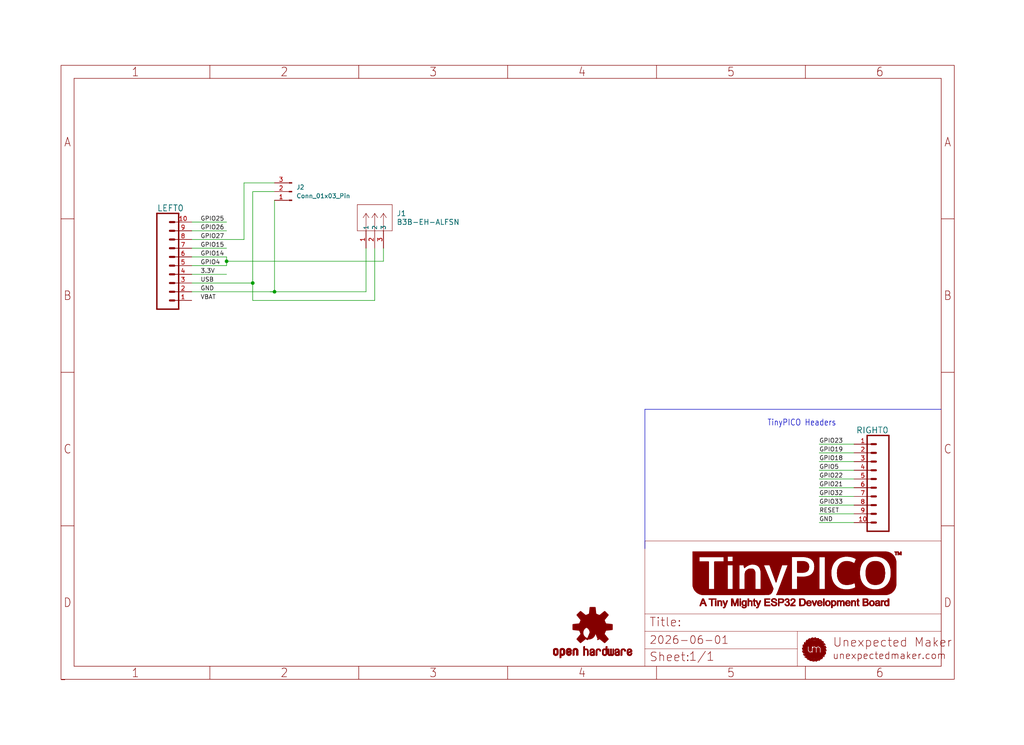
<source format=kicad_sch>
(kicad_sch (version 20230121) (generator eeschema)
  (paper "User" 298.45 217.322)
  (lib_symbols
    (symbol "Connector:Conn_01x03_Pin" (pin_names (offset 1.016) hide)
      (property "Reference" "J" (at 0 5.08 0))
      (property "Value" "Conn_01x03_Pin" (at 0 -5.08 0))
      (symbol "Conn_01x03_Pin_1_1"
        (pin passive line (at 5.08 2.54 180) (length 3.81) (name "Pin_1") (number "1"))
        (pin passive line (at 5.08 0 180) (length 3.81) (name "Pin_2") (number "2"))
        (pin passive line (at 5.08 -2.54 180) (length 3.81) (name "Pin_3") (number "3"))
      )
    )
    (symbol "Untitled-eagle-import:FRAME_A4_TINYPICO"
      (symbol "FRAME_A4_TINYPICO_1_0"
        (text "${#}/${##}" (at 182.88 5.21 0) (effects (font (size 2.54 2.54)) (justify left bottom)))
        (text "${CURRENT_DATE}" (at 171.45 10.16 0) (effects (font (size 2.286 2.286)) (justify left bottom)))
        (text "${TITLE}" (at 182.88 15.24 0) (effects (font (size 2.54 2.54)) (justify left bottom)))
        (text "/Users/seon/Dropbox/Unexpected Maker/Branding/UM_Logo_White.bmp" (at 0 -0.05 0) (effects (font (size 0.02 0.02)) (justify left bottom)))
        (text "/Users/seon/Dropbox/Unexpected Maker/Branding/UM_Logo_White2.bmp" (at 0 -0.05 0) (effects (font (size 0.02 0.02)) (justify left bottom)))
        (text "1" (at 21.6958 1.905 0) (effects (font (size 2.54 2.286))))
        (text "1" (at 21.6958 177.165 0) (effects (font (size 2.54 2.286))))
        (text "2" (at 65.0875 1.905 0) (effects (font (size 2.54 2.286))))
        (text "2" (at 65.0875 177.165 0) (effects (font (size 2.54 2.286))))
        (text "3" (at 108.4792 1.905 0) (effects (font (size 2.54 2.286))))
        (text "3" (at 108.4792 177.165 0) (effects (font (size 2.54 2.286))))
        (text "4" (at 151.8708 1.905 0) (effects (font (size 2.54 2.286))))
        (text "4" (at 151.8708 177.165 0) (effects (font (size 2.54 2.286))))
        (text "5" (at 195.2625 1.905 0) (effects (font (size 2.54 2.286))))
        (text "5" (at 195.2625 177.165 0) (effects (font (size 2.54 2.286))))
        (text "6" (at 238.6542 1.905 0) (effects (font (size 2.54 2.286))))
        (text "6" (at 238.6542 177.165 0) (effects (font (size 2.54 2.286))))
        (text "A" (at 1.905 156.6863 0) (effects (font (size 2.54 2.286))))
        (text "A" (at 258.445 156.6863 0) (effects (font (size 2.54 2.286))))
        (text "B" (at 1.905 111.9188 0) (effects (font (size 2.54 2.286))))
        (text "B" (at 258.445 111.9188 0) (effects (font (size 2.54 2.286))))
        (text "C" (at 1.905 67.1513 0) (effects (font (size 2.54 2.286))))
        (text "C" (at 258.445 67.1513 0) (effects (font (size 2.54 2.286))))
        (text "D" (at 1.905 22.3838 0) (effects (font (size 2.54 2.286))))
        (text "D" (at 258.445 22.3838 0) (effects (font (size 2.54 2.286))))
        (text "Sheet:" (at 171.416 5.083 0) (effects (font (size 2.54 2.54)) (justify left bottom)))
        (text "Title:" (at 171.416 15.243 0) (effects (font (size 2.54 2.54)) (justify left bottom)))
        (text "Unexpected Maker" (at 224.876 9.353 0) (effects (font (size 2.54 2.54)) (justify left bottom)))
        (text "unexpectedmaker.com" (at 224.796 5.773 0) (effects (font (size 2 2)) (justify left bottom)))
      )
    )
    (symbol "Untitled-eagle-import:OSHW-LOGOS")
    (symbol "Untitled-eagle-import:TINYPICO_HEADER_10NO_SILK_PTH_FEMALE"
      (property "Reference" "J" (at 0 8.128 0))
      (symbol "TINYPICO_HEADER_10NO_SILK_PTH_FEMALE_1_0"
        (pin passive line (at 10.16 -17.78 180) (length 5.08) (name "1") (number "1"))
        (pin passive line (at 10.16 5.08 180) (length 5.08) (name "10") (number "10"))
        (pin passive line (at 10.16 -15.24 180) (length 5.08) (name "2") (number "2"))
        (pin passive line (at 10.16 -12.7 180) (length 5.08) (name "3") (number "3"))
        (pin passive line (at 10.16 -10.16 180) (length 5.08) (name "4") (number "4"))
        (pin passive line (at 10.16 -7.62 180) (length 5.08) (name "5") (number "5"))
        (pin passive line (at 10.16 -5.08 180) (length 5.08) (name "6") (number "6"))
        (pin passive line (at 10.16 -2.54 180) (length 5.08) (name "7") (number "7"))
        (pin passive line (at 10.16 0 180) (length 5.08) (name "8") (number "8"))
        (pin passive line (at 10.16 2.54 180) (length 5.08) (name "9") (number "9"))
      )
    )
    (symbol "connectors_tht:B3B-EH-ALFSN" (pin_names (offset 0.254))
      (property "Reference" "J" (at 8.89 6.35 0))
      (property "Value" "B3B-EH-ALFSN" (at 0 0 0))
      (symbol "B3B-EH-ALFSN_1_1"
        (pin unspecified line (at 0 0 0) (length 5.08) (name "1") (number "1"))
        (pin unspecified line (at 0 -2.54 0) (length 5.08) (name "2") (number "2"))
        (pin unspecified line (at 0 -5.08 0) (length 5.08) (name "3") (number "3"))
      )
      (symbol "B3B-EH-ALFSN_1_2"
        (pin unspecified line (at 0 0 0) (length 5.08) (name "1") (number "1"))
        (pin unspecified line (at 0 -2.54 0) (length 5.08) (name "2") (number "2"))
        (pin unspecified line (at 0 -5.08 0) (length 5.08) (name "3") (number "3"))
      )
    )
  )
  (junction (at 80.01 85.09))
  (junction (at 66.04 76.2))
  (junction (at 73.66 82.55))
  (wire (pts (xy 55.88 69.85) (xy 71.12 69.85)) (stroke (width 0.1524)))
  (wire (pts (xy 248.92 147.32) (xy 238.76 147.32)) (stroke (width 0.1524)))
  (wire (pts (xy 55.88 85.09) (xy 80.01 85.09)) (stroke (width 0.1524)))
  (wire (pts (xy 55.88 80.01) (xy 66.04 80.01)) (stroke (width 0.1524)))
  (wire (pts (xy 248.92 152.4) (xy 238.76 152.4)) (stroke (width 0.1524)))
  (wire (pts (xy 80.01 58.42) (xy 80.01 85.09)))
  (wire (pts (xy 71.12 53.34) (xy 80.01 53.34)) (stroke (width 0.1524)))
  (wire (pts (xy 106.68 85.09) (xy 106.68 72.39)) (stroke (width 0.1524)))
  (wire (pts (xy 71.12 69.85) (xy 71.12 53.34)) (stroke (width 0.1524)))
  (wire (pts (xy 248.92 132.08) (xy 238.76 132.08)) (stroke (width 0.1524)))
  (wire (pts (xy 109.22 87.63) (xy 109.22 72.39)) (stroke (width 0.1524)))
  (wire (pts (xy 55.88 77.47) (xy 66.04 77.47)) (stroke (width 0.1524)))
  (wire (pts (xy 248.92 144.78) (xy 238.76 144.78)) (stroke (width 0.1524)))
  (wire (pts (xy 80.01 85.09) (xy 106.68 85.09)) (stroke (width 0.1524)))
  (wire (pts (xy 55.88 82.55) (xy 73.66 82.55)) (stroke (width 0.1524)))
  (wire (pts (xy 111.76 76.2) (xy 66.04 76.2)))
  (wire (pts (xy 66.04 74.93) (xy 66.04 76.2)) (stroke (width 0.1524)))
  (wire (pts (xy 248.92 139.7) (xy 238.76 139.7)) (stroke (width 0.1524)))
  (wire (pts (xy 80.01 85.09) (xy 78.74 85.09)))
  (wire (pts (xy 55.88 74.93) (xy 66.04 74.93)) (stroke (width 0.1524)))
  (wire (pts (xy 66.04 76.2) (xy 66.04 77.47)) (stroke (width 0.1524)))
  (wire (pts (xy 111.76 72.39) (xy 111.76 76.2)))
  (wire (pts (xy 248.92 149.86) (xy 238.76 149.86)) (stroke (width 0.1524)))
  (wire (pts (xy 248.92 137.16) (xy 238.76 137.16)) (stroke (width 0.1524)))
  (wire (pts (xy 73.66 82.55) (xy 73.66 87.63)))
  (wire (pts (xy 248.92 129.54) (xy 238.76 129.54)) (stroke (width 0.1524)))
  (wire (pts (xy 248.92 134.62) (xy 238.76 134.62)) (stroke (width 0.1524)))
  (wire (pts (xy 55.88 67.31) (xy 66.04 67.31)) (stroke (width 0.1524)))
  (wire (pts (xy 73.66 87.63) (xy 109.22 87.63)) (stroke (width 0.1524)))
  (polyline (pts (xy 274.32 119.38) (xy 187.96 119.38)) (stroke (width 0.1524) (type solid)))
  (wire (pts (xy 80.01 55.88) (xy 73.66 55.88)))
  (wire (pts (xy 55.88 72.39) (xy 66.04 72.39)) (stroke (width 0.1524)))
  (wire (pts (xy 248.92 142.24) (xy 238.76 142.24)) (stroke (width 0.1524)))
  (wire (pts (xy 55.88 64.77) (xy 66.04 64.77)) (stroke (width 0.1524)))
  (polyline (pts (xy 187.96 160.02) (xy 187.96 119.38)) (stroke (width 0.1524) (type solid)))
  (wire (pts (xy 73.66 55.88) (xy 73.66 82.55)))
  (text "TinyPICO Headers" (at 233.68 124.46 0) (effects (font (size 1.778 1.5113)) (justify bottom)))
  (label "GPIO33" (at 238.76 147.32 0) (effects (font (size 1.2446 1.2446))))
  (label "GPIO21" (at 238.76 142.24 0) (effects (font (size 1.2446 1.2446))))
  (label "RESET" (at 238.76 149.86 0) (effects (font (size 1.2446 1.2446))))
  (label "GPIO23" (at 238.76 129.54 0) (effects (font (size 1.2446 1.2446))))
  (label "VBAT" (at 58.42 87.63 0) (effects (font (size 1.2446 1.2446))))
  (label "GPIO26" (at 58.42 67.31 0) (effects (font (size 1.2446 1.2446))))
  (label "GPIO22" (at 238.76 139.7 0) (effects (font (size 1.2446 1.2446))))
  (label "GND" (at 238.76 152.4 0) (effects (font (size 1.2446 1.2446))))
  (label "GPIO14" (at 58.42 74.93 0) (effects (font (size 1.2446 1.2446))))
  (label "GPIO4" (at 58.42 77.47 0) (effects (font (size 1.2446 1.2446))))
  (label "GPIO27" (at 58.42 69.85 0) (effects (font (size 1.2446 1.2446))))
  (label "USB" (at 58.42 82.55 0) (effects (font (size 1.2446 1.2446))))
  (label "GPIO19" (at 238.76 132.08 0) (effects (font (size 1.2446 1.2446))))
  (label "GPIO25" (at 58.42 64.77 0) (effects (font (size 1.2446 1.2446))))
  (label "GPIO32" (at 238.76 144.78 0) (effects (font (size 1.2446 1.2446))))
  (label "GPIO18" (at 238.76 134.62 0) (effects (font (size 1.2446 1.2446))))
  (label "3.3V" (at 58.42 80.01 0) (effects (font (size 1.2446 1.2446))))
  (label "GPIO15" (at 58.42 72.39 0) (effects (font (size 1.2446 1.2446))))
  (label "GPIO5" (at 238.76 137.16 0) (effects (font (size 1.2446 1.2446))))
  (label "GND" (at 58.42 85.09 0) (effects (font (size 1.2446 1.2446))))
  (symbol (lib_id "Untitled-eagle-import:FRAME_A4_TINYPICO") (at 17.78 198.12 0) (unit 1)
    (property "Reference" "#FRAME2" (effects hide))
    (property "Value" "FRAME_A4_TINYPICO" (effects hide))
  )
  (symbol (lib_id "Untitled-eagle-import:TINYPICO_HEADER_10NO_SILK_PTH_FEMALE") (at 259.08 147.32 180) (unit 1)
    (property "Reference" "RIGHT0" (at 259.08 126.492 0) (effects (font (size 1.778 1.778)) (justify left top)))
    (property "Value" "TINYPICO_HEADER_10NO_SILK_PTH_FEMALE" (effects hide))
    (property "Footprint" "Connector_PinHeader_2.54mm:PinHeader_1x10_P2.54mm_Vertical" (effects hide))
  )
  (symbol (lib_id "Connector:Conn_01x03_Pin") (at 85.09 55.88 180) (unit 1)
    (property "Reference" "J2" (at 86.36 54.61 0) (effects (justify right)))
    (property "Value" "Conn_01x03_Pin" (at 86.36 57.15 0) (effects (justify right)))
    (property "Footprint" "Connector_PinSocket_2.54mm:PinSocket_1x03_P2.54mm_Vertical" (effects hide))
  )
  (symbol (lib_id "connectors_tht:B3B-EH-ALFSN") (at 106.68 72.39 90) (unit 1)
    (property "Reference" "J1" (at 115.57 62.23 90) (effects (font (size 1.524 1.524)) (justify right)))
    (property "Value" "B3B-EH-ALFSN" (at 115.57 64.77 90) (effects (font (size 1.524 1.524)) (justify right)))
    (property "Footprint" "Connector_JST:JST_EH_B3B-EH-A_1x03_P2.50mm_Vertical" (effects hide))
    (property "Datasheet" "B3B-EH-ALFSN" (effects hide))
  )
  (symbol (lib_id "Untitled-eagle-import:OSHW-LOGOS") (at 172.72 182.88 0) (unit 1)
    (property "Reference" "LOGO1" (effects hide))
    (property "Value" "OSHW-LOGOS" (effects hide))
    (property "Footprint" "Untitled:OSHW-LOGO-S" (effects hide))
  )
  (symbol (lib_id "Untitled-eagle-import:TINYPICO_HEADER_10NO_SILK_PTH_FEMALE") (at 45.72 69.85 0) (unit 1)
    (property "Reference" "LEFT0" (at 45.72 61.722 0) (effects (font (size 1.778 1.778)) (justify left bottom)))
    (property "Value" "TINYPICO_HEADER_10NO_SILK_PTH_FEMALE" (effects hide))
    (property "Footprint" "Connector_PinHeader_2.54mm:PinHeader_1x10_P2.54mm_Vertical" (effects hide))
  )
)
</source>
